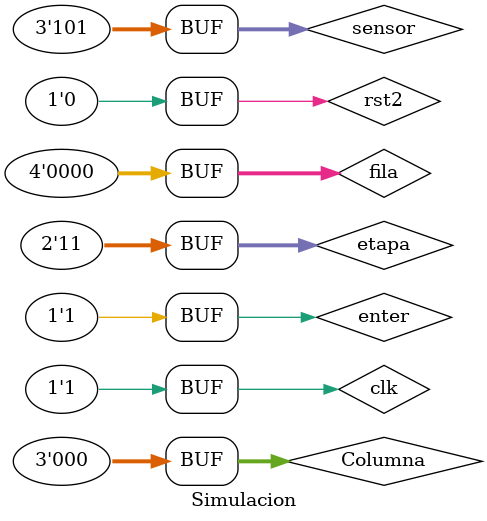
<source format=v>
`timescale 1ns / 1ps


module Simulacion;

	// Inputs
	reg clk;
	reg rst2;
	reg [1:0] etapa;
	reg [2:0] sensor;
	reg enter;
	reg [3:0] fila;
	reg [2:0] Columna;

	// Outputs
	wire rw;
	wire rs;
	wire e;
	wire [6:0] disp;
	wire [7:0] lcd_db;
	wire buzzer_out;
	wire alarm_out1;
	wire alarm_out2;

	// Instantiate the Unit Under Test (UUT)
	Top_Project uut (
		.clk(clk), 
		.rst2(rst2), 
		.etapa(etapa), 
		.sensor(sensor), 
		.enter(enter), 
		.fila(fila), 
		.Columna(Columna), 
		.rw(rw), 
		.rs(rs), 
		.e(e), 
		.disp(disp), 
		.lcd_db(lcd_db), 
		.buzzer_out(buzzer_out), 
		.alarm_out1(alarm_out1), 
		.alarm_out2(alarm_out2)
	);
	parameter PERIOD = 10;

   always begin
      clk = 1'b0;
      #(PERIOD/2) clk = 1'b1;
      #(PERIOD/2);
   end
	
	initial begin
		// Initialize Inputs
		clk = 0;
		rst2 = 0;
		etapa = 2'b00;
		sensor = 0;
		enter = 0;
		fila = 0;
		Columna = 0;

		// Wait 100 ns for global reset to finish
		#100000000;
      
		etapa=2'b01;
		sensor=3'b001;
		#100000000;
		
		sensor=3'b101;
		#100000000;
		
		etapa=2'b11;
		fila=4'b0001;
		Columna=3'b001;
		#10000000;
		fila=4'b0000;
		Columna=3'b000;
		#10000000;
		
		fila=4'b0100;
		Columna=3'b100;
		#10000000;
		fila=4'b0000;
		Columna=3'b000;
		#100000000;
		enter=1;
		// Add stimulus here

	end
      
endmodule


</source>
